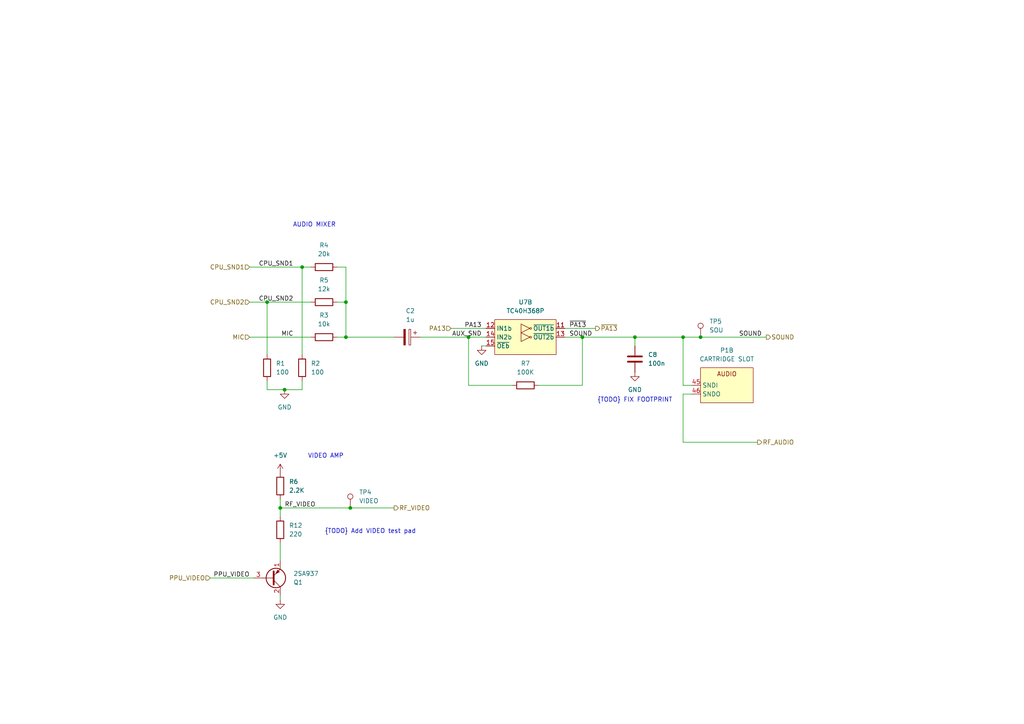
<source format=kicad_sch>
(kicad_sch (version 20250114) (generator "eeschema") (generator_version "9.0")
  (paper "A4")
  (title_block (title "Nintendo Famicom Mainboard") (date "2025-10-30") (rev "1"))
  (lib_symbols
    (symbol "Connector:TestPoint" (pin_numbers (hide yes)) (pin_names (offset 0.762) (hide yes))
      (property "Reference" "TP" (at 0 6.858 0))
      (property "Value" "TestPoint" (at 0 5.08 0))
      (symbol "TestPoint_0_1"
        (circle (center 0 3.302) (radius 0.762))
      )
      (symbol "TestPoint_1_1"
        (pin passive line (at 0 0 90) (length 2.54) (name "1") (number "1"))
      )
    )
    (symbol "Device:C" (pin_numbers (hide yes)) (pin_names (offset 0.254))
      (property "Reference" "C" (at 0.635 2.54 0))
      (property "Value" "C" (at 0.635 -2.54 0))
      (symbol "C_0_1"
        (polyline (pts (xy -2.032 0.762) (xy 2.032 0.762)) (stroke (width 0.508)))
        (polyline (pts (xy -2.032 -0.762) (xy 2.032 -0.762)) (stroke (width 0.508)))
      )
      (symbol "C_1_1"
        (pin passive line (at 0 3.81 270) (length 2.794) (name "~") (number "1"))
        (pin passive line (at 0 -3.81 90) (length 2.794) (name "~") (number "2"))
      )
    )
    (symbol "Device:C_Polarized" (pin_numbers (hide yes)) (pin_names (offset 0.254))
      (property "Reference" "C" (at 0.635 2.54 0))
      (property "Value" "C_Polarized" (at 0.635 -2.54 0))
      (symbol "C_Polarized_0_1"
        (rectangle (start -2.286 0.508) (end 2.286 1.016))
        (polyline (pts (xy -1.778 2.286) (xy -0.762 2.286)))
        (polyline (pts (xy -1.27 2.794) (xy -1.27 1.778)))
        (rectangle (start 2.286 -0.508) (end -2.286 -1.016) (fill (type outline)))
      )
      (symbol "C_Polarized_1_1"
        (pin passive line (at 0 3.81 270) (length 2.794) (name "~") (number "1"))
        (pin passive line (at 0 -3.81 90) (length 2.794) (name "~") (number "2"))
      )
    )
    (symbol "Device:R" (pin_numbers (hide yes)) (pin_names (offset 0))
      (property "Reference" "R" (at 2.032 0 90))
      (property "Value" "R" (at 0 0 90))
      (symbol "R_0_1"
        (rectangle (start -1.016 -2.54) (end 1.016 2.54) (stroke (width 0.254)))
      )
      (symbol "R_1_1"
        (pin passive line (at 0 3.81 270) (length 1.27) (name "~") (number "1"))
        (pin passive line (at 0 -3.81 90) (length 1.27) (name "~") (number "2"))
      )
    )
    (symbol "Famicom:60p_cart_connector"
      (property "Reference" "P" (at 0 2.032 0))
      (symbol "60p_cart_connector_1_0"
        (pin passive line (at -10.16 -2.54 0) (length 2.54) (name "D0") (number "43"))
        (pin passive line (at -10.16 -5.08 0) (length 2.54) (name "D1") (number "42"))
        (pin passive line (at -10.16 -7.62 0) (length 2.54) (name "D2") (number "41"))
        (pin passive line (at -10.16 -10.16 0) (length 2.54) (name "D3") (number "40"))
        (pin passive line (at -10.16 -12.7 0) (length 2.54) (name "D4") (number "39"))
        (pin passive line (at -10.16 -15.24 0) (length 2.54) (name "D5") (number "38"))
        (pin passive line (at -10.16 -17.78 0) (length 2.54) (name "D6") (number "37"))
        (pin passive line (at -10.16 -20.32 0) (length 2.54) (name "D7") (number "36"))
        (pin passive line (at -10.16 -22.86 0) (length 2.54) (name "A0") (number "13"))
        (pin passive line (at -10.16 -25.4 0) (length 2.54) (name "A1") (number "12"))
        (pin passive line (at -10.16 -27.94 0) (length 2.54) (name "A2") (number "11"))
        (pin passive line (at -10.16 -30.48 0) (length 2.54) (name "A3") (number "10"))
        (pin passive line (at -10.16 -33.02 0) (length 2.54) (name "A4") (number "9"))
        (pin passive line (at -10.16 -35.56 0) (length 2.54) (name "A5") (number "8"))
        (pin passive line (at -10.16 -38.1 0) (length 2.54) (name "A6") (number "7"))
        (pin passive line (at -10.16 -40.64 0) (length 2.54) (name "A7") (number "6"))
        (pin passive line (at -10.16 -43.18 0) (length 2.54) (name "A8") (number "5"))
        (pin passive line (at -10.16 -45.72 0) (length 2.54) (name "A9") (number "4"))
        (pin passive line (at -10.16 -48.26 0) (length 2.54) (name "A10") (number "3"))
        (pin passive line (at -10.16 -50.8 0) (length 2.54) (name "A11") (number "2"))
        (pin passive line (at -10.16 -53.34 0) (length 2.54) (name "A12") (number "33"))
        (pin passive line (at -10.16 -55.88 0) (length 2.54) (name "A13") (number "34"))
        (pin passive line (at -10.16 -58.42 0) (length 2.54) (name "A14") (number "35"))
        (pin passive line (at -10.16 -60.96 0) (length 2.54) (name "M2") (number "32"))
        (pin passive line (at -10.16 -63.5 0) (length 2.54) (name "R/~{W}") (number "14"))
        (pin passive line (at -10.16 -66.04 0) (length 2.54) (name "~{IRQ}") (number "15"))
        (pin passive line (at -10.16 -68.58 0) (length 2.54) (name "~{ROMSEL}") (number "44"))
        (pin passive line (at -10.16 -71.12 0) (length 2.54) (name "~{RD}") (number "17"))
        (pin passive line (at -10.16 -73.66 0) (length 2.54) (name "~{WE}") (number "47"))
        (pin passive line (at -10.16 -76.2 0) (length 2.54) (name "~{PA13}") (number "49"))
        (pin passive line (at -10.16 -78.74 0) (length 2.54) (name "VA10") (number "18"))
        (pin passive line (at -10.16 -81.28 0) (length 2.54) (name "~{VCS}") (number "48"))
        (pin passive line (at -10.16 -83.82 0) (length 2.54) (name "PA0") (number "25"))
        (pin passive line (at -10.16 -86.36 0) (length 2.54) (name "PA1") (number "24"))
        (pin passive line (at -10.16 -88.9 0) (length 2.54) (name "PA2") (number "23"))
        (pin passive line (at -10.16 -91.44 0) (length 2.54) (name "PA3") (number "22"))
        (pin passive line (at -10.16 -93.98 0) (length 2.54) (name "PA4") (number "21"))
        (pin passive line (at -10.16 -96.52 0) (length 2.54) (name "PA5") (number "20"))
        (pin passive line (at -10.16 -99.06 0) (length 2.54) (name "PA6") (number "19"))
        (pin passive line (at -10.16 -101.6 0) (length 2.54) (name "PA7") (number "50"))
        (pin passive line (at -10.16 -104.14 0) (length 2.54) (name "PA8") (number "51"))
        (pin passive line (at -10.16 -106.68 0) (length 2.54) (name "PA9") (number "52"))
        (pin passive line (at -10.16 -109.22 0) (length 2.54) (name "PA10") (number "53"))
        (pin passive line (at -10.16 -111.76 0) (length 2.54) (name "PA11") (number "54"))
        (pin passive line (at -10.16 -114.3 0) (length 2.54) (name "PA12") (number "55"))
        (pin passive line (at -10.16 -116.84 0) (length 2.54) (name "PA13") (number "56"))
        (pin passive line (at -10.16 -119.38 0) (length 2.54) (name "PD0") (number "26"))
        (pin passive line (at -10.16 -121.92 0) (length 2.54) (name "PD1") (number "27"))
        (pin passive line (at -10.16 -124.46 0) (length 2.54) (name "PD2") (number "28"))
        (pin passive line (at -10.16 -127 0) (length 2.54) (name "PD3") (number "29"))
        (pin passive line (at -10.16 -129.54 0) (length 2.54) (name "PD4") (number "60"))
        (pin passive line (at -10.16 -132.08 0) (length 2.54) (name "PD5") (number "59"))
        (pin passive line (at -10.16 -134.62 0) (length 2.54) (name "PD6") (number "58"))
        (pin passive line (at -10.16 -137.16 0) (length 2.54) (name "PD7") (number "57"))
        (pin power_in line (at -1.27 2.54 270) (length 2.54) (name "VCC") (number "30"))
        (pin power_in line (at 0 -142.24 90) (length 2.54) (name "GND") (number "1"))
        (pin power_out line (at 1.27 2.54 270) (length 2.54) (name "RF_VCC") (number "31"))
      )
      (symbol "60p_cart_connector_1_1"
        (rectangle (start -7.62 0) (end 7.62 -139.7) (fill (type background)))
      )
      (symbol "60p_cart_connector_2_0"
        (pin passive line (at -10.16 -5.08 0) (length 2.54) (name "SNDI") (number "45"))
        (pin passive line (at -10.16 -7.62 0) (length 2.54) (name "SNDO") (number "46"))
      )
      (symbol "60p_cart_connector_2_1"
        (rectangle (start -7.62 0) (end 7.62 -10.16) (fill (type background)))
        (text "AUDIO" (at 0 -1.778 0) (effects (font (size 1.27 1.27))))
      )
    )
    (symbol "Famicom:74LS368"
      (property "Reference" "U" (at 0 7.874 0))
      (property "Value" "{value}" (at 0 4.826 0))
      (symbol "74LS368_1_0"
        (pin input line (at -11.43 0 0) (length 2.54) (name "IN1a") (number "2"))
        (pin input line (at -11.43 -2.54 0) (length 2.54) (name "IN2a") (number "4"))
        (pin input line (at -11.43 -5.08 0) (length 2.54) (name "IN3a") (number "6"))
        (pin input line (at -11.43 -7.62 0) (length 2.54) (name "IN4a") (number "10"))
        (pin input line (at -11.43 -10.16 0) (length 2.54) (name "~{OEa}") (number "1"))
        (pin tri_state line (at 11.43 0 180) (length 2.54) (name "~{OUT1a}") (number "3"))
        (pin tri_state line (at 11.43 -2.54 180) (length 2.54) (name "~{OUT2a}") (number "5"))
        (pin tri_state line (at 11.43 -5.08 180) (length 2.54) (name "~{OUT3a}") (number "7"))
        (pin tri_state line (at 11.43 -7.62 180) (length 2.54) (name "~{OUT4a}") (number "9"))
      )
      (symbol "74LS368_1_1"
        (rectangle (start -8.89 2.54) (end 8.89 -12.7) (fill (type background)))
        (polyline (pts (xy -1.27 1.27) (xy -1.27 -1.27) (xy 1.27 0) (xy -1.27 1.27)))
        (polyline (pts (xy -1.27 -1.27) (xy -1.27 -3.81) (xy 1.27 -2.54) (xy -1.27 -1.27)))
        (polyline (pts (xy -1.27 -3.81) (xy -1.27 -6.35) (xy 1.27 -5.08) (xy -1.27 -3.81)))
        (polyline (pts (xy -1.27 -6.35) (xy -1.27 -8.89) (xy 1.27 -7.62) (xy -1.27 -6.35)))
        (circle (center 1.524 0) (radius 0.254))
        (circle (center 1.524 -2.54) (radius 0.254))
        (circle (center 1.524 -5.08) (radius 0.254))
        (circle (center 1.524 -7.62) (radius 0.254))
      )
      (symbol "74LS368_2_0"
        (pin input line (at -11.43 -2.54 0) (length 2.54) (name "IN1b") (number "12"))
        (pin input line (at -11.43 -5.08 0) (length 2.54) (name "IN2b") (number "14"))
        (pin input line (at -11.43 -7.62 0) (length 2.54) (name "~{OEb}") (number "15"))
        (pin tri_state line (at 11.43 -2.54 180) (length 2.54) (name "~{OUT1b}") (number "11"))
        (pin tri_state line (at 11.43 -5.08 180) (length 2.54) (name "~{OUT2b}") (number "13"))
      )
      (symbol "74LS368_2_1"
        (rectangle (start -8.89 0) (end 8.89 -10.16) (fill (type background)))
        (polyline (pts (xy -1.27 -1.27) (xy -1.27 -3.81) (xy 1.27 -2.54) (xy -1.27 -1.27)))
        (polyline (pts (xy -1.27 -3.81) (xy -1.27 -6.35) (xy 1.27 -5.08) (xy -1.27 -3.81)))
        (circle (center 1.524 -2.54) (radius 0.254))
        (circle (center 1.524 -5.08) (radius 0.254))
      )
      (symbol "74LS368_3_0"
        (pin power_in line (at 0 2.54 270) (length 2.54) (name "VCC") (number "16"))
        (pin power_in line (at 0 -12.7 90) (length 2.54) (name "GND") (number "8"))
      )
      (symbol "74LS368_3_1"
        (rectangle (start -2.54 0) (end 2.54 -10.16) (fill (type background)))
      )
    )
    (symbol "Transistor_BJT:Q_PNP_ECB" (pin_names (offset 0) (hide yes))
      (property "Reference" "Q" (at 5.08 1.27 0))
      (property "Value" "Q_PNP_ECB" (at 5.08 -1.27 0))
      (symbol "Q_PNP_ECB_0_1"
        (polyline (pts (xy -2.54 0) (xy 0.635 0)))
        (polyline (pts (xy 0.635 1.905) (xy 0.635 -1.905)) (stroke (width 0.508)))
        (polyline (pts (xy 0.635 0.635) (xy 2.54 2.54)))
        (polyline (pts (xy 0.635 -0.635) (xy 2.54 -2.54)))
        (circle (center 1.27 0) (radius 2.8194) (stroke (width 0.254)))
        (polyline (pts (xy 2.286 -1.778) (xy 1.778 -2.286) (xy 1.27 -1.27) (xy 2.286 -1.778)) (fill (type outline)))
      )
      (symbol "Q_PNP_ECB_1_1"
        (pin input line (at -5.08 0 0) (length 2.54) (name "B") (number "3"))
        (pin passive line (at 2.54 5.08 270) (length 2.54) (name "C") (number "2"))
        (pin passive line (at 2.54 -5.08 90) (length 2.54) (name "E") (number "1"))
      )
    )
    (symbol "power:+5V" (power) (pin_numbers (hide yes)) (pin_names (offset 0) (hide yes))
      (property "Value" "+5V" (at 0 3.556 0))
      (symbol "+5V_0_1"
        (polyline (pts (xy -0.762 1.27) (xy 0 2.54)))
        (polyline (pts (xy 0 2.54) (xy 0.762 1.27)))
        (polyline (pts (xy 0 0) (xy 0 2.54)))
      )
      (symbol "+5V_1_1"
        (pin power_in line (at 0 0 90) (length 0) (name "~") (number "1"))
      )
    )
    (symbol "power:GND" (power) (pin_numbers (hide yes)) (pin_names (offset 0) (hide yes))
      (property "Value" "GND" (at 0 -3.81 0))
      (symbol "GND_0_1"
        (polyline (pts (xy 0 0) (xy 0 -1.27) (xy 1.27 -1.27) (xy 0 -2.54) (xy -1.27 -1.27) (xy 0 -1.27)))
      )
      (symbol "GND_1_1"
        (pin power_in line (at 0 0 270) (length 0) (name "~") (number "1"))
      )
    )
  )
  (text "{TODO} FIX FOOTPRINT" (at 184.15 116.078 0) (effects (font (size 1.27 1.27))))
  (text "AUDIO MIXER" (at 91.186 65.278 0) (effects (font (size 1.27 1.27))))
  (text "{TODO} Add VIDEO test pad" (at 107.442 154.178 0) (effects (font (size 1.27 1.27))))
  (text "VIDEO AMP" (at 94.488 132.334 0) (effects (font (size 1.27 1.27))))
  (junction (at 77.47 87.63))
  (junction (at 82.55 113.03))
  (junction (at 184.15 97.79))
  (junction (at 135.89 97.79))
  (junction (at 87.63 77.47))
  (junction (at 203.2 97.79))
  (junction (at 198.12 97.79))
  (junction (at 168.91 97.79))
  (junction (at 100.33 97.79))
  (junction (at 81.28 147.32))
  (junction (at 100.33 87.63))
  (junction (at 101.6 147.32))
  (wire (pts (xy 168.91 111.76) (xy 168.91 97.79)))
  (wire (pts (xy 184.15 100.33) (xy 184.15 97.79)))
  (wire (pts (xy 87.63 110.49) (xy 87.63 113.03)))
  (wire (pts (xy 72.39 97.79) (xy 90.17 97.79)))
  (wire (pts (xy 163.83 97.79) (xy 168.91 97.79)))
  (wire (pts (xy 156.21 111.76) (xy 168.91 111.76)))
  (wire (pts (xy 81.28 173.99) (xy 81.28 172.72)))
  (wire (pts (xy 198.12 128.27) (xy 219.71 128.27)))
  (wire (pts (xy 184.15 97.79) (xy 198.12 97.79)))
  (wire (pts (xy 77.47 87.63) (xy 77.47 102.87)))
  (wire (pts (xy 81.28 144.78) (xy 81.28 147.32)))
  (wire (pts (xy 87.63 77.47) (xy 87.63 102.87)))
  (wire (pts (xy 100.33 97.79) (xy 114.3 97.79)))
  (wire (pts (xy 198.12 114.3) (xy 200.66 114.3)))
  (wire (pts (xy 81.28 157.48) (xy 81.28 162.56)))
  (wire (pts (xy 100.33 77.47) (xy 100.33 87.63)))
  (wire (pts (xy 135.89 111.76) (xy 135.89 97.79)))
  (wire (pts (xy 77.47 87.63) (xy 90.17 87.63)))
  (wire (pts (xy 81.28 147.32) (xy 81.28 149.86)))
  (wire (pts (xy 168.91 97.79) (xy 184.15 97.79)))
  (wire (pts (xy 198.12 97.79) (xy 203.2 97.79)))
  (wire (pts (xy 60.96 167.64) (xy 73.66 167.64)))
  (wire (pts (xy 97.79 87.63) (xy 100.33 87.63)))
  (wire (pts (xy 72.39 77.47) (xy 87.63 77.47)))
  (wire (pts (xy 72.39 87.63) (xy 77.47 87.63)))
  (wire (pts (xy 148.59 111.76) (xy 135.89 111.76)))
  (wire (pts (xy 81.28 147.32) (xy 101.6 147.32)))
  (wire (pts (xy 121.92 97.79) (xy 135.89 97.79)))
  (wire (pts (xy 135.89 97.79) (xy 140.97 97.79)))
  (wire (pts (xy 198.12 114.3) (xy 198.12 128.27)))
  (wire (pts (xy 97.79 77.47) (xy 100.33 77.47)))
  (wire (pts (xy 139.7 100.33) (xy 140.97 100.33)))
  (wire (pts (xy 200.66 111.76) (xy 198.12 111.76)))
  (wire (pts (xy 101.6 147.32) (xy 114.3 147.32)))
  (wire (pts (xy 97.79 97.79) (xy 100.33 97.79)))
  (wire (pts (xy 87.63 77.47) (xy 90.17 77.47)))
  (wire (pts (xy 82.55 113.03) (xy 87.63 113.03)))
  (wire (pts (xy 77.47 113.03) (xy 82.55 113.03)))
  (wire (pts (xy 77.47 110.49) (xy 77.47 113.03)))
  (wire (pts (xy 163.83 95.25) (xy 172.72 95.25)))
  (wire (pts (xy 130.81 95.25) (xy 140.97 95.25)))
  (wire (pts (xy 203.2 97.79) (xy 222.25 97.79)))
  (wire (pts (xy 100.33 87.63) (xy 100.33 97.79)))
  (wire (pts (xy 198.12 111.76) (xy 198.12 97.79)))
  (label "CPU_SND1" (at 85.09 77.47 180))
  (label "PPU_VIDEO" (at 72.39 167.64 180))
  (label "AUX_SND" (at 139.7 97.79 180))
  (label "SOUND" (at 220.98 97.79 180))
  (label "SOUND" (at 165.1 97.79 0))
  (label "CPU_SND2" (at 85.09 87.63 180))
  (label "~{PA13}" (at 165.1 95.25 0))
  (label "RF_VIDEO" (at 82.55 147.32 0))
  (label "PA13" (at 139.7 95.25 180))
  (label "MIC" (at 85.09 97.79 180))
  (hierarchical_label "~{PA13}" (shape output) (at 172.72 95.25 0))
  (hierarchical_label "SOUND" (shape output) (at 222.25 97.79 0))
  (hierarchical_label "RF_VIDEO" (shape output) (at 114.3 147.32 0))
  (hierarchical_label "CPU_SND1" (shape input) (at 72.39 77.47 180))
  (hierarchical_label "PPU_VIDEO" (shape input) (at 60.96 167.64 180))
  (hierarchical_label "MIC" (shape input) (at 72.39 97.79 180))
  (hierarchical_label "RF_AUDIO" (shape output) (at 219.71 128.27 0))
  (hierarchical_label "PA13" (shape input) (at 130.81 95.25 180))
  (hierarchical_label "CPU_SND2" (shape input) (at 72.39 87.63 180))
  (symbol (lib_id "Famicom:60p_cart_connector") (at 210.82 106.68 0) (unit 2)
    (property "Reference" "P1" (at 210.82 101.6 0))
    (property "Value" "CARTRIDGE SLOT" (at 210.82 104.14 0))
    (property "Footprint" "Nintendo:Famicom_2x30_cartridge_connector" (effects (hide yes)))
  )
  (symbol (lib_id "Device:R") (at 81.28 153.67 0) (unit 1)
    (property "Reference" "R12" (at 83.82 152.3999 0) (effects (justify left)))
    (property "Value" "220" (at 83.82 154.9399 0) (effects (justify left)))
    (property "Footprint" "Nintendo:R_Axial_NoSilk_DIN0207_L6.3mm_D2.5mm_P10.16mm_Horizontal" (effects (hide yes)))
    (property "Description" "Resistor" (effects (hide yes)))
  )
  (symbol (lib_id "power:+5V") (at 81.28 137.16 0) (unit 1)
    (property "Reference" "#PWR067" (effects (hide yes)))
    (property "Value" "+5V" (at 81.28 132.08 0))
    (property "Description" "Power symbol creates a global label with name \"+5V\"" (effects (hide yes)))
  )
  (symbol (lib_id "Device:R") (at 93.98 87.63 90) (unit 1)
    (property "Reference" "R5" (at 93.98 81.28 90))
    (property "Value" "12k" (at 93.98 83.82 90))
    (property "Footprint" "Nintendo:R_Axial_NoSilk_DIN0207_L6.3mm_D2.5mm_P10.16mm_Horizontal" (effects (hide yes)))
    (property "Description" "Resistor" (effects (hide yes)))
  )
  (symbol (lib_id "Famicom:74LS368") (at 152.4 92.71 0) (unit 2)
    (property "Reference" "U7" (at 152.4 87.63 0))
    (property "Value" "TC40H368P" (at 152.4 90.17 0))
    (property "Footprint" "Nintendo:DIP-16_W7.62mm" (effects (hide yes)))
    (property "Datasheet" "kicad-embed://74LS368.pdf" (effects (hide yes)))
    (property "Description" "Hex Bus Driver inverter, 3-state outputs" (effects (hide yes)))
  )
  (symbol (lib_id "Device:R") (at 77.47 106.68 0) (unit 1)
    (property "Reference" "R1" (at 80.01 105.4099 0) (effects (justify left)))
    (property "Value" "100" (at 80.01 107.9499 0) (effects (justify left)))
    (property "Footprint" "Nintendo:R_Axial_NoSilk_DIN0207_L6.3mm_D2.5mm_P10.16mm_Horizontal" (effects (hide yes)))
    (property "Description" "Resistor" (effects (hide yes)))
  )
  (symbol (lib_id "Device:R") (at 152.4 111.76 90) (unit 1)
    (property "Reference" "R7" (at 152.4 105.41 90))
    (property "Value" "100K" (at 152.4 107.95 90))
    (property "Footprint" "Nintendo:R_Axial_NoSilk_DIN0207_L6.3mm_D2.5mm_P10.16mm_Horizontal" (effects (hide yes)))
    (property "Description" "Resistor" (effects (hide yes)))
  )
  (symbol (lib_id "power:GND") (at 184.15 107.95 0) (unit 1)
    (property "Reference" "#PWR04" (effects (hide yes)))
    (property "Value" "GND" (at 184.15 113.03 0))
    (property "Description" "Power symbol creates a global label with name \"GND\" , ground" (effects (hide yes)))
  )
  (symbol (lib_id "Connector:TestPoint") (at 101.6 147.32 0) (unit 1)
    (property "Reference" "TP4" (at 104.14 142.7479 0) (effects (justify left)))
    (property "Value" "VIDEO" (at 104.14 145.2879 0) (effects (justify left)))
    (property "Footprint" "Nintendo:test_pad" (effects (hide yes)))
    (property "Description" "test point" (effects (hide yes)))
  )
  (symbol (lib_id "power:GND") (at 81.28 173.99 0) (unit 1)
    (property "Reference" "#PWR066" (effects (hide yes)))
    (property "Value" "GND" (at 81.28 179.07 0))
    (property "Description" "Power symbol creates a global label with name \"GND\" , ground" (effects (hide yes)))
  )
  (symbol (lib_id "Device:R") (at 87.63 106.68 0) (unit 1)
    (property "Reference" "R2" (at 90.17 105.4099 0) (effects (justify left)))
    (property "Value" "100" (at 90.17 107.9499 0) (effects (justify left)))
    (property "Footprint" "Nintendo:R_Axial_NoSilk_DIN0207_L6.3mm_D2.5mm_P10.16mm_Horizontal" (effects (hide yes)))
    (property "Description" "Resistor" (effects (hide yes)))
  )
  (symbol (lib_id "power:GND") (at 82.55 113.03 0) (unit 1)
    (property "Reference" "#PWR065" (effects (hide yes)))
    (property "Value" "GND" (at 82.55 118.11 0))
    (property "Description" "Power symbol creates a global label with name \"GND\" , ground" (effects (hide yes)))
  )
  (symbol (lib_id "Device:C_Polarized") (at 118.11 97.79 270) (unit 1)
    (property "Reference" "C2" (at 118.999 90.17 90))
    (property "Value" "1u" (at 118.999 92.71 90))
    (property "Footprint" "Nintendo:CP_Radial_D5.0mm_P3.00mm" (effects (hide yes)))
    (property "Description" "Polarized capacitor" (effects (hide yes)))
  )
  (symbol (lib_id "Device:R") (at 81.28 140.97 0) (unit 1)
    (property "Reference" "R6" (at 83.82 139.6999 0) (effects (justify left)))
    (property "Value" "2.2K" (at 83.82 142.2399 0) (effects (justify left)))
    (property "Footprint" "Nintendo:R_Axial_NoSilk_DIN0207_L6.3mm_D2.5mm_P10.16mm_Horizontal" (effects (hide yes)))
    (property "Description" "Resistor" (effects (hide yes)))
  )
  (symbol (lib_id "Device:R") (at 93.98 97.79 90) (unit 1)
    (property "Reference" "R3" (at 93.98 91.44 90))
    (property "Value" "10k" (at 93.98 93.98 90))
    (property "Footprint" "Nintendo:R_Axial_NoSilk_DIN0207_L6.3mm_D2.5mm_P10.16mm_Horizontal" (effects (hide yes)))
    (property "Description" "Resistor" (effects (hide yes)))
  )
  (symbol (lib_id "Device:R") (at 93.98 77.47 90) (unit 1)
    (property "Reference" "R4" (at 93.98 71.12 90))
    (property "Value" "20k" (at 93.98 73.66 90))
    (property "Footprint" "Nintendo:R_Axial_NoSilk_DIN0207_L6.3mm_D2.5mm_P10.16mm_Horizontal" (effects (hide yes)))
    (property "Description" "Resistor" (effects (hide yes)))
  )
  (symbol (lib_id "power:GND") (at 139.7 100.33 0) (unit 1)
    (property "Reference" "#PWR096" (effects (hide yes)))
    (property "Value" "GND" (at 139.7 105.41 0))
    (property "Description" "Power symbol creates a global label with name \"GND\" , ground" (effects (hide yes)))
  )
  (symbol (lib_id "Device:C") (at 184.15 104.14 0) (unit 1)
    (property "Reference" "C8" (at 187.96 102.8699 0) (effects (justify left)))
    (property "Value" "100n" (at 187.96 105.4099 0) (effects (justify left)))
    (property "Footprint" "Nintendo:C_Disc_NoSilk_D3.0mm_W2.0mm_P5.0mm" (effects (hide yes)))
    (property "Description" "Unpolarized capacitor" (effects (hide yes)))
  )
  (symbol (lib_id "Connector:TestPoint") (at 203.2 97.79 0) (unit 1)
    (property "Reference" "TP5" (at 205.74 93.2179 0) (effects (justify left)))
    (property "Value" "SOU" (at 205.74 95.7579 0) (effects (justify left)))
    (property "Footprint" "Nintendo:test_pad" (effects (hide yes)))
    (property "Description" "test point" (effects (hide yes)))
  )
  (symbol (lib_id "Transistor_BJT:Q_PNP_ECB") (at 78.74 167.64 0) (mirror x) (unit 1)
    (property "Reference" "Q1" (at 85.09 168.9101 0) (effects (justify left)))
    (property "Value" "2SA937" (at 85.09 166.3701 0) (effects (justify left)))
    (property "Footprint" "Nintendo:PACKAGE_TRANSISTOR_FTR" (effects (hide yes)))
    (property "Datasheet" "kicad-embed://2SA937.PDF" (effects (hide yes)))
    (property "Description" "PNP transistor, emitter/collector/base" (effects (hide yes)))
    (property "Sim.Device" "PNP" (effects (hide yes)))
    (property "Sim.Type" "GUMMELPOON" (effects (hide yes)))
    (property "Sim.Pins" "1=C 2=B 3=E" (effects (hide yes)))
  )
)
</source>
